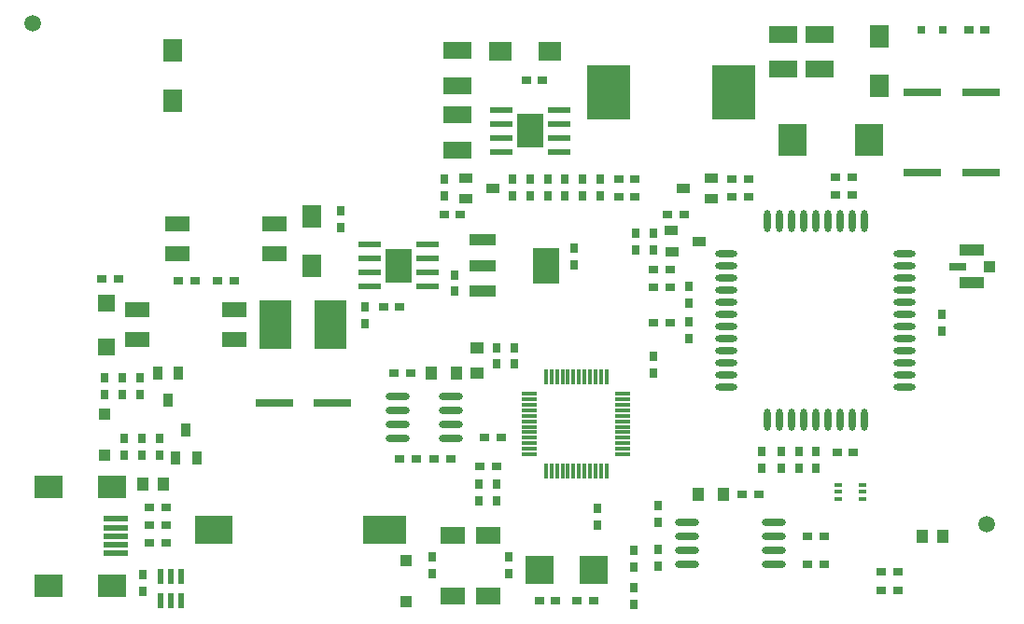
<source format=gtp>
G04 Layer_Color=8421504*
%FSTAX24Y24*%
%MOIN*%
G70*
G01*
G75*
%ADD10R,0.0669X0.0787*%
%ADD11R,0.1575X0.1969*%
%ADD12R,0.0787X0.0669*%
%ADD13R,0.0354X0.0315*%
%ADD14R,0.0945X0.1220*%
%ADD15R,0.0820X0.0230*%
%ADD16R,0.1024X0.0630*%
%ADD17R,0.0315X0.0354*%
%ADD18R,0.0472X0.0335*%
%ADD19R,0.0945X0.1299*%
%ADD20R,0.0945X0.0394*%
%ADD21O,0.0787X0.0236*%
%ADD22O,0.0236X0.0787*%
%ADD23R,0.0984X0.1181*%
%ADD24R,0.1378X0.0315*%
%ADD25R,0.0591X0.0315*%
%ADD26R,0.0433X0.0394*%
%ADD27R,0.0866X0.0394*%
%ADD28R,0.0433X0.0512*%
%ADD29R,0.0315X0.0157*%
%ADD30R,0.0394X0.0500*%
%ADD31O,0.0866X0.0236*%
%ADD32R,0.0984X0.1024*%
%ADD33R,0.0866X0.0630*%
%ADD34R,0.0551X0.0118*%
%ADD35R,0.0118X0.0551*%
%ADD36R,0.0500X0.0394*%
%ADD37R,0.1181X0.1772*%
%ADD38R,0.0600X0.0600*%
%ADD39R,0.0866X0.0571*%
%ADD40R,0.0335X0.0472*%
%ADD41R,0.1378X0.0984*%
%ADD42R,0.1575X0.0984*%
%ADD43R,0.0394X0.0394*%
%ADD44R,0.0984X0.0787*%
%ADD45R,0.0886X0.0197*%
%ADD46R,0.0220X0.0580*%
%ADD47R,0.0315X0.0315*%
%ADD48C,0.0591*%
D10*
X022323Y03602D02*
D03*
Y037792D02*
D03*
X047559Y038304D02*
D03*
Y036532D02*
D03*
X027283Y031887D02*
D03*
Y030115D02*
D03*
D11*
X042343Y036299D02*
D03*
X037894D02*
D03*
D12*
X035791Y037756D02*
D03*
X034019D02*
D03*
D13*
X035531Y036732D02*
D03*
X034941D02*
D03*
X032598Y031929D02*
D03*
X032008D02*
D03*
X038248Y033189D02*
D03*
X038839D02*
D03*
X038248Y032559D02*
D03*
X038839D02*
D03*
X04Y031929D02*
D03*
X040591D02*
D03*
X040079Y029961D02*
D03*
X039488D02*
D03*
X040079Y029331D02*
D03*
X039488D02*
D03*
X040079Y028071D02*
D03*
X039488D02*
D03*
X042283Y032559D02*
D03*
X042874D02*
D03*
X042283Y033189D02*
D03*
X042874D02*
D03*
X050748Y038543D02*
D03*
X051339D02*
D03*
X046594Y033268D02*
D03*
X046004D02*
D03*
X046594Y032638D02*
D03*
X046004D02*
D03*
X046634Y023425D02*
D03*
X046043D02*
D03*
X047638Y019173D02*
D03*
X048228D02*
D03*
X047638Y018504D02*
D03*
X048228D02*
D03*
X043248Y021929D02*
D03*
X042657D02*
D03*
X045Y020433D02*
D03*
X045591D02*
D03*
X045Y019449D02*
D03*
X045591D02*
D03*
X033465Y023976D02*
D03*
X034055D02*
D03*
X033878Y022953D02*
D03*
X033287D02*
D03*
X036752Y01815D02*
D03*
X037343D02*
D03*
X036004D02*
D03*
X035413D02*
D03*
X031654Y023189D02*
D03*
X032244D02*
D03*
X031024D02*
D03*
X030433D02*
D03*
X030807Y02626D02*
D03*
X030217D02*
D03*
X029843Y028622D02*
D03*
X030433D02*
D03*
X02252Y029567D02*
D03*
X02311D02*
D03*
X023937D02*
D03*
X024528D02*
D03*
X020394Y029646D02*
D03*
X019803D02*
D03*
X022087Y021457D02*
D03*
X021496D02*
D03*
X022087Y020827D02*
D03*
X021496D02*
D03*
X022087Y020197D02*
D03*
X021496D02*
D03*
D14*
X035079Y034921D02*
D03*
X030394Y030118D02*
D03*
D15*
X036109Y035671D02*
D03*
Y035171D02*
D03*
Y034671D02*
D03*
Y034171D02*
D03*
X034049D02*
D03*
Y034671D02*
D03*
Y035171D02*
D03*
Y035671D02*
D03*
X031424Y030868D02*
D03*
Y030368D02*
D03*
Y029868D02*
D03*
Y029368D02*
D03*
X029364D02*
D03*
Y029868D02*
D03*
Y030368D02*
D03*
Y030868D02*
D03*
D16*
X03248Y036535D02*
D03*
Y037795D02*
D03*
X03248Y035512D02*
D03*
Y034252D02*
D03*
X044134Y037126D02*
D03*
Y038386D02*
D03*
X045433Y037126D02*
D03*
Y038386D02*
D03*
D17*
X032008Y032598D02*
D03*
Y033189D02*
D03*
X034449Y033189D02*
D03*
Y032598D02*
D03*
X035079Y032598D02*
D03*
Y033189D02*
D03*
X035709Y033189D02*
D03*
Y032598D02*
D03*
X036339Y032598D02*
D03*
Y033189D02*
D03*
X036969Y033189D02*
D03*
Y032598D02*
D03*
X037598Y033189D02*
D03*
Y032598D02*
D03*
X039488Y03126D02*
D03*
Y030669D02*
D03*
X038858Y03126D02*
D03*
Y030669D02*
D03*
X040748Y02937D02*
D03*
Y02878D02*
D03*
Y02811D02*
D03*
Y02752D02*
D03*
X039488Y02628D02*
D03*
Y02687D02*
D03*
X036654Y030138D02*
D03*
Y030728D02*
D03*
X045276Y023465D02*
D03*
Y022874D02*
D03*
X044685Y023465D02*
D03*
Y022874D02*
D03*
X044055Y023465D02*
D03*
Y022874D02*
D03*
X043346Y023465D02*
D03*
Y022874D02*
D03*
X049803Y028366D02*
D03*
Y027776D02*
D03*
X039646Y021535D02*
D03*
Y020945D02*
D03*
Y01937D02*
D03*
Y019961D02*
D03*
X03878Y019921D02*
D03*
Y019331D02*
D03*
Y018012D02*
D03*
Y018602D02*
D03*
X03748Y021437D02*
D03*
Y020846D02*
D03*
X033898Y022303D02*
D03*
Y021713D02*
D03*
X031575Y019114D02*
D03*
Y019705D02*
D03*
X033268Y022303D02*
D03*
Y021713D02*
D03*
X034528Y026594D02*
D03*
Y027185D02*
D03*
X033898Y026594D02*
D03*
Y027185D02*
D03*
X032402Y029193D02*
D03*
Y029783D02*
D03*
X028307Y031476D02*
D03*
Y032067D02*
D03*
X029173Y028031D02*
D03*
Y028622D02*
D03*
X020512Y025512D02*
D03*
Y026102D02*
D03*
X021142Y025512D02*
D03*
Y026102D02*
D03*
X019882Y025512D02*
D03*
Y026102D02*
D03*
X02122Y023937D02*
D03*
Y023346D02*
D03*
X020591Y023937D02*
D03*
Y023346D02*
D03*
X02185Y023937D02*
D03*
Y023346D02*
D03*
X02126Y019055D02*
D03*
Y018465D02*
D03*
X034331Y019114D02*
D03*
Y019705D02*
D03*
D18*
X03376Y032874D02*
D03*
X032778Y032504D02*
D03*
X032776Y033248D02*
D03*
X040571Y032874D02*
D03*
X041553Y033244D02*
D03*
X041555Y0325D02*
D03*
X041122Y030984D02*
D03*
X04014Y030614D02*
D03*
X040138Y031358D02*
D03*
D19*
X035669Y030118D02*
D03*
D20*
X033386Y029213D02*
D03*
Y030118D02*
D03*
Y031024D02*
D03*
D21*
X042106Y030531D02*
D03*
Y030098D02*
D03*
Y029665D02*
D03*
Y029232D02*
D03*
Y028799D02*
D03*
Y028366D02*
D03*
Y027933D02*
D03*
Y0275D02*
D03*
Y027067D02*
D03*
Y026634D02*
D03*
Y026201D02*
D03*
Y025768D02*
D03*
X048445D02*
D03*
Y026201D02*
D03*
Y026634D02*
D03*
Y027067D02*
D03*
Y0275D02*
D03*
Y027933D02*
D03*
Y028366D02*
D03*
Y028799D02*
D03*
Y029232D02*
D03*
Y029665D02*
D03*
Y030098D02*
D03*
Y030531D02*
D03*
D22*
X043543Y024606D02*
D03*
X043976D02*
D03*
X044409D02*
D03*
X044843D02*
D03*
X045276D02*
D03*
X045709D02*
D03*
X046142D02*
D03*
X046575D02*
D03*
X047008D02*
D03*
Y031693D02*
D03*
X046575D02*
D03*
X046142D02*
D03*
X045709D02*
D03*
X045276D02*
D03*
X044843D02*
D03*
X044409D02*
D03*
X043976D02*
D03*
X043543D02*
D03*
D23*
X047205Y034606D02*
D03*
X044449D02*
D03*
D24*
X049094Y036299D02*
D03*
X051181D02*
D03*
X049094Y033425D02*
D03*
X051181D02*
D03*
X028031Y025197D02*
D03*
X025945D02*
D03*
D25*
X050354Y030079D02*
D03*
D26*
X051476D02*
D03*
D27*
X050866Y029488D02*
D03*
Y030669D02*
D03*
D28*
X049075Y020453D02*
D03*
X049823D02*
D03*
X021988Y022303D02*
D03*
X02124D02*
D03*
D29*
X046102Y021772D02*
D03*
Y022283D02*
D03*
Y022028D02*
D03*
X04696Y022283D02*
D03*
Y022028D02*
D03*
Y021772D02*
D03*
D30*
X041093Y021925D02*
D03*
X041998D02*
D03*
X032451Y026264D02*
D03*
X031545D02*
D03*
D31*
X043799Y019447D02*
D03*
Y019947D02*
D03*
Y020447D02*
D03*
Y020947D02*
D03*
X040689Y019447D02*
D03*
Y019947D02*
D03*
Y020447D02*
D03*
Y020947D02*
D03*
X030354Y025435D02*
D03*
Y024935D02*
D03*
Y024435D02*
D03*
Y023935D02*
D03*
X032244Y025435D02*
D03*
Y024935D02*
D03*
Y024435D02*
D03*
Y023935D02*
D03*
D32*
X035413Y019252D02*
D03*
X037343D02*
D03*
D33*
X033583Y020472D02*
D03*
Y018307D02*
D03*
X032323D02*
D03*
Y020472D02*
D03*
D34*
X035059Y023366D02*
D03*
Y023563D02*
D03*
Y02376D02*
D03*
Y023957D02*
D03*
Y024154D02*
D03*
Y02435D02*
D03*
Y024547D02*
D03*
Y024744D02*
D03*
Y024941D02*
D03*
Y025138D02*
D03*
Y025335D02*
D03*
Y025531D02*
D03*
X038406D02*
D03*
Y025335D02*
D03*
Y025138D02*
D03*
Y024941D02*
D03*
Y024744D02*
D03*
Y024547D02*
D03*
Y02435D02*
D03*
Y024154D02*
D03*
Y023957D02*
D03*
Y02376D02*
D03*
Y023563D02*
D03*
Y023366D02*
D03*
D35*
X03565Y026122D02*
D03*
X035846D02*
D03*
X036043D02*
D03*
X03624D02*
D03*
X036437D02*
D03*
X036634D02*
D03*
X036831D02*
D03*
X037028D02*
D03*
X037224D02*
D03*
X037421D02*
D03*
X037618D02*
D03*
X037815D02*
D03*
Y022776D02*
D03*
X037618D02*
D03*
X037421D02*
D03*
X037224D02*
D03*
X037028D02*
D03*
X036831D02*
D03*
X036634D02*
D03*
X036437D02*
D03*
X03624D02*
D03*
X036043D02*
D03*
X035846D02*
D03*
X03565D02*
D03*
D36*
X033185Y027175D02*
D03*
Y02627D02*
D03*
D37*
X027953Y027992D02*
D03*
X025984D02*
D03*
D38*
X019961Y027205D02*
D03*
Y02878D02*
D03*
D39*
X024528Y027463D02*
D03*
Y028522D02*
D03*
X021063Y027463D02*
D03*
Y028522D02*
D03*
X02248Y031593D02*
D03*
Y030533D02*
D03*
X025945Y031593D02*
D03*
Y030533D02*
D03*
D40*
X021777Y02628D02*
D03*
X022535Y026277D02*
D03*
X022163Y025295D02*
D03*
X023183Y023248D02*
D03*
X022425Y02325D02*
D03*
X022797Y024232D02*
D03*
D41*
X02378Y020669D02*
D03*
D42*
X029882Y020669D02*
D03*
D43*
X019882Y023346D02*
D03*
Y02482D02*
D03*
X030669Y019587D02*
D03*
Y018113D02*
D03*
D44*
X020156Y022215D02*
D03*
X017896Y022216D02*
D03*
Y018673D02*
D03*
X020156Y018671D02*
D03*
D45*
X020276Y021063D02*
D03*
X020281Y020753D02*
D03*
X020286Y020443D02*
D03*
X020291Y020133D02*
D03*
X020296Y019823D02*
D03*
D46*
X022638Y018136D02*
D03*
X022264D02*
D03*
X02189D02*
D03*
Y019016D02*
D03*
X022264D02*
D03*
X022638D02*
D03*
D47*
X049055Y038543D02*
D03*
X049839Y038548D02*
D03*
D48*
X051378Y020866D02*
D03*
X017323Y03878D02*
D03*
M02*

</source>
